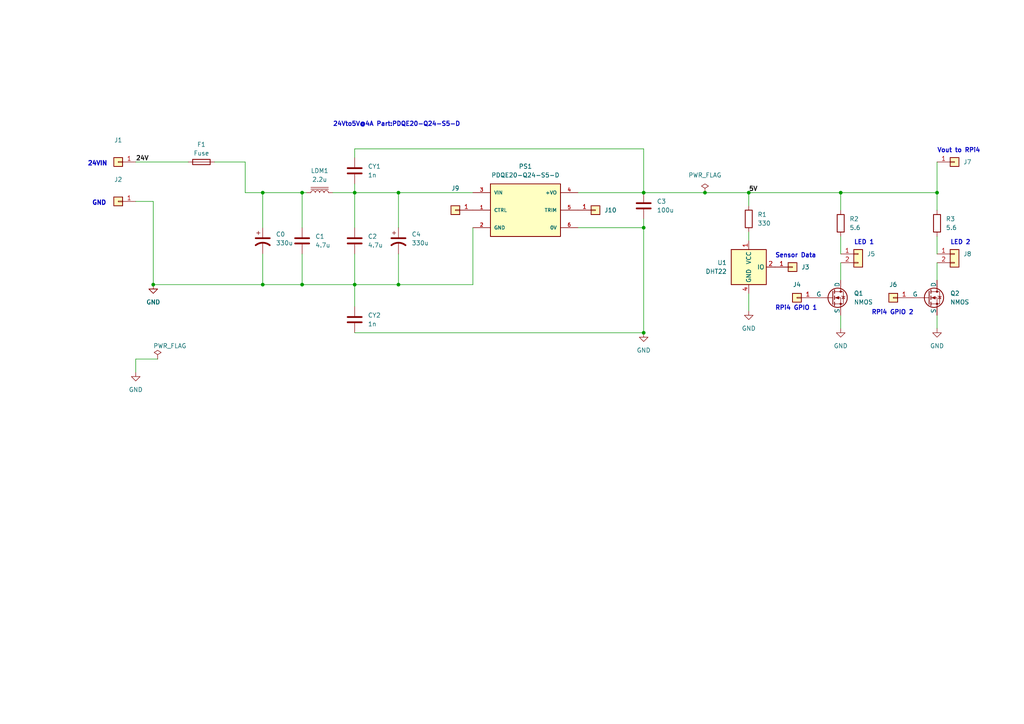
<source format=kicad_sch>
(kicad_sch (version 20230121) (generator eeschema)

  (uuid c8a1dbed-09ff-4cce-b212-445f2f4631fc)

  (paper "A4")

  (title_block
    (date "2023-09-22")
    (rev "4")
    (company "ASML Team 12")
  )

  (lib_symbols
    (symbol "Connector_Generic:Conn_01x01" (pin_names (offset 1.016) hide) (in_bom yes) (on_board yes)
      (property "Reference" "J" (at 0 2.54 0)
        (effects (font (size 1.27 1.27)))
      )
      (property "Value" "Conn_01x01" (at 0 -2.54 0)
        (effects (font (size 1.27 1.27)))
      )
      (property "Footprint" "" (at 0 0 0)
        (effects (font (size 1.27 1.27)) hide)
      )
      (property "Datasheet" "~" (at 0 0 0)
        (effects (font (size 1.27 1.27)) hide)
      )
      (property "ki_keywords" "connector" (at 0 0 0)
        (effects (font (size 1.27 1.27)) hide)
      )
      (property "ki_description" "Generic connector, single row, 01x01, script generated (kicad-library-utils/schlib/autogen/connector/)" (at 0 0 0)
        (effects (font (size 1.27 1.27)) hide)
      )
      (property "ki_fp_filters" "Connector*:*_1x??_*" (at 0 0 0)
        (effects (font (size 1.27 1.27)) hide)
      )
      (symbol "Conn_01x01_1_1"
        (rectangle (start -1.27 0.127) (end 0 -0.127)
          (stroke (width 0.1524) (type default))
          (fill (type none))
        )
        (rectangle (start -1.27 1.27) (end 1.27 -1.27)
          (stroke (width 0.254) (type default))
          (fill (type background))
        )
        (pin passive line (at -5.08 0 0) (length 3.81)
          (name "Pin_1" (effects (font (size 1.27 1.27))))
          (number "1" (effects (font (size 1.27 1.27))))
        )
      )
    )
    (symbol "Connector_Generic:Conn_01x02" (pin_names (offset 1.016) hide) (in_bom yes) (on_board yes)
      (property "Reference" "J" (at 0 2.54 0)
        (effects (font (size 1.27 1.27)))
      )
      (property "Value" "Conn_01x02" (at 0 -5.08 0)
        (effects (font (size 1.27 1.27)))
      )
      (property "Footprint" "" (at 0 0 0)
        (effects (font (size 1.27 1.27)) hide)
      )
      (property "Datasheet" "~" (at 0 0 0)
        (effects (font (size 1.27 1.27)) hide)
      )
      (property "ki_keywords" "connector" (at 0 0 0)
        (effects (font (size 1.27 1.27)) hide)
      )
      (property "ki_description" "Generic connector, single row, 01x02, script generated (kicad-library-utils/schlib/autogen/connector/)" (at 0 0 0)
        (effects (font (size 1.27 1.27)) hide)
      )
      (property "ki_fp_filters" "Connector*:*_1x??_*" (at 0 0 0)
        (effects (font (size 1.27 1.27)) hide)
      )
      (symbol "Conn_01x02_1_1"
        (rectangle (start -1.27 -2.413) (end 0 -2.667)
          (stroke (width 0.1524) (type default))
          (fill (type none))
        )
        (rectangle (start -1.27 0.127) (end 0 -0.127)
          (stroke (width 0.1524) (type default))
          (fill (type none))
        )
        (rectangle (start -1.27 1.27) (end 1.27 -3.81)
          (stroke (width 0.254) (type default))
          (fill (type background))
        )
        (pin passive line (at -5.08 0 0) (length 3.81)
          (name "Pin_1" (effects (font (size 1.27 1.27))))
          (number "1" (effects (font (size 1.27 1.27))))
        )
        (pin passive line (at -5.08 -2.54 0) (length 3.81)
          (name "Pin_2" (effects (font (size 1.27 1.27))))
          (number "2" (effects (font (size 1.27 1.27))))
        )
      )
    )
    (symbol "Device:C" (pin_numbers hide) (pin_names (offset 0.254)) (in_bom yes) (on_board yes)
      (property "Reference" "C" (at 0.635 2.54 0)
        (effects (font (size 1.27 1.27)) (justify left))
      )
      (property "Value" "C" (at 0.635 -2.54 0)
        (effects (font (size 1.27 1.27)) (justify left))
      )
      (property "Footprint" "" (at 0.9652 -3.81 0)
        (effects (font (size 1.27 1.27)) hide)
      )
      (property "Datasheet" "~" (at 0 0 0)
        (effects (font (size 1.27 1.27)) hide)
      )
      (property "ki_keywords" "cap capacitor" (at 0 0 0)
        (effects (font (size 1.27 1.27)) hide)
      )
      (property "ki_description" "Unpolarized capacitor" (at 0 0 0)
        (effects (font (size 1.27 1.27)) hide)
      )
      (property "ki_fp_filters" "C_*" (at 0 0 0)
        (effects (font (size 1.27 1.27)) hide)
      )
      (symbol "C_0_1"
        (polyline
          (pts
            (xy -2.032 -0.762)
            (xy 2.032 -0.762)
          )
          (stroke (width 0.508) (type default))
          (fill (type none))
        )
        (polyline
          (pts
            (xy -2.032 0.762)
            (xy 2.032 0.762)
          )
          (stroke (width 0.508) (type default))
          (fill (type none))
        )
      )
      (symbol "C_1_1"
        (pin passive line (at 0 3.81 270) (length 2.794)
          (name "~" (effects (font (size 1.27 1.27))))
          (number "1" (effects (font (size 1.27 1.27))))
        )
        (pin passive line (at 0 -3.81 90) (length 2.794)
          (name "~" (effects (font (size 1.27 1.27))))
          (number "2" (effects (font (size 1.27 1.27))))
        )
      )
    )
    (symbol "Device:C_Polarized_US" (pin_numbers hide) (pin_names (offset 0.254) hide) (in_bom yes) (on_board yes)
      (property "Reference" "C" (at 0.635 2.54 0)
        (effects (font (size 1.27 1.27)) (justify left))
      )
      (property "Value" "C_Polarized_US" (at 0.635 -2.54 0)
        (effects (font (size 1.27 1.27)) (justify left))
      )
      (property "Footprint" "" (at 0 0 0)
        (effects (font (size 1.27 1.27)) hide)
      )
      (property "Datasheet" "~" (at 0 0 0)
        (effects (font (size 1.27 1.27)) hide)
      )
      (property "ki_keywords" "cap capacitor" (at 0 0 0)
        (effects (font (size 1.27 1.27)) hide)
      )
      (property "ki_description" "Polarized capacitor, US symbol" (at 0 0 0)
        (effects (font (size 1.27 1.27)) hide)
      )
      (property "ki_fp_filters" "CP_*" (at 0 0 0)
        (effects (font (size 1.27 1.27)) hide)
      )
      (symbol "C_Polarized_US_0_1"
        (polyline
          (pts
            (xy -2.032 0.762)
            (xy 2.032 0.762)
          )
          (stroke (width 0.508) (type default))
          (fill (type none))
        )
        (polyline
          (pts
            (xy -1.778 2.286)
            (xy -0.762 2.286)
          )
          (stroke (width 0) (type default))
          (fill (type none))
        )
        (polyline
          (pts
            (xy -1.27 1.778)
            (xy -1.27 2.794)
          )
          (stroke (width 0) (type default))
          (fill (type none))
        )
        (arc (start 2.032 -1.27) (mid 0 -0.5572) (end -2.032 -1.27)
          (stroke (width 0.508) (type default))
          (fill (type none))
        )
      )
      (symbol "C_Polarized_US_1_1"
        (pin passive line (at 0 3.81 270) (length 2.794)
          (name "~" (effects (font (size 1.27 1.27))))
          (number "1" (effects (font (size 1.27 1.27))))
        )
        (pin passive line (at 0 -3.81 90) (length 3.302)
          (name "~" (effects (font (size 1.27 1.27))))
          (number "2" (effects (font (size 1.27 1.27))))
        )
      )
    )
    (symbol "Device:Fuse" (pin_numbers hide) (pin_names (offset 0)) (in_bom yes) (on_board yes)
      (property "Reference" "F" (at 2.032 0 90)
        (effects (font (size 1.27 1.27)))
      )
      (property "Value" "Fuse" (at -1.905 0 90)
        (effects (font (size 1.27 1.27)))
      )
      (property "Footprint" "" (at -1.778 0 90)
        (effects (font (size 1.27 1.27)) hide)
      )
      (property "Datasheet" "~" (at 0 0 0)
        (effects (font (size 1.27 1.27)) hide)
      )
      (property "ki_keywords" "fuse" (at 0 0 0)
        (effects (font (size 1.27 1.27)) hide)
      )
      (property "ki_description" "Fuse" (at 0 0 0)
        (effects (font (size 1.27 1.27)) hide)
      )
      (property "ki_fp_filters" "*Fuse*" (at 0 0 0)
        (effects (font (size 1.27 1.27)) hide)
      )
      (symbol "Fuse_0_1"
        (rectangle (start -0.762 -2.54) (end 0.762 2.54)
          (stroke (width 0.254) (type default))
          (fill (type none))
        )
        (polyline
          (pts
            (xy 0 2.54)
            (xy 0 -2.54)
          )
          (stroke (width 0) (type default))
          (fill (type none))
        )
      )
      (symbol "Fuse_1_1"
        (pin passive line (at 0 3.81 270) (length 1.27)
          (name "~" (effects (font (size 1.27 1.27))))
          (number "1" (effects (font (size 1.27 1.27))))
        )
        (pin passive line (at 0 -3.81 90) (length 1.27)
          (name "~" (effects (font (size 1.27 1.27))))
          (number "2" (effects (font (size 1.27 1.27))))
        )
      )
    )
    (symbol "Device:L_Iron" (pin_numbers hide) (pin_names (offset 1.016) hide) (in_bom yes) (on_board yes)
      (property "Reference" "L" (at -1.27 0 90)
        (effects (font (size 1.27 1.27)))
      )
      (property "Value" "L_Iron" (at 2.794 0 90)
        (effects (font (size 1.27 1.27)))
      )
      (property "Footprint" "" (at 0 0 0)
        (effects (font (size 1.27 1.27)) hide)
      )
      (property "Datasheet" "~" (at 0 0 0)
        (effects (font (size 1.27 1.27)) hide)
      )
      (property "ki_keywords" "inductor choke coil reactor magnetic" (at 0 0 0)
        (effects (font (size 1.27 1.27)) hide)
      )
      (property "ki_description" "Inductor with iron core" (at 0 0 0)
        (effects (font (size 1.27 1.27)) hide)
      )
      (property "ki_fp_filters" "Choke_* *Coil* Inductor_* L_*" (at 0 0 0)
        (effects (font (size 1.27 1.27)) hide)
      )
      (symbol "L_Iron_0_1"
        (arc (start 0 -2.54) (mid 0.6323 -1.905) (end 0 -1.27)
          (stroke (width 0) (type default))
          (fill (type none))
        )
        (arc (start 0 -1.27) (mid 0.6323 -0.635) (end 0 0)
          (stroke (width 0) (type default))
          (fill (type none))
        )
        (polyline
          (pts
            (xy 1.016 2.54)
            (xy 1.016 -2.54)
          )
          (stroke (width 0) (type default))
          (fill (type none))
        )
        (polyline
          (pts
            (xy 1.524 -2.54)
            (xy 1.524 2.54)
          )
          (stroke (width 0) (type default))
          (fill (type none))
        )
        (arc (start 0 0) (mid 0.6323 0.635) (end 0 1.27)
          (stroke (width 0) (type default))
          (fill (type none))
        )
        (arc (start 0 1.27) (mid 0.6323 1.905) (end 0 2.54)
          (stroke (width 0) (type default))
          (fill (type none))
        )
      )
      (symbol "L_Iron_1_1"
        (pin passive line (at 0 3.81 270) (length 1.27)
          (name "1" (effects (font (size 1.27 1.27))))
          (number "1" (effects (font (size 1.27 1.27))))
        )
        (pin passive line (at 0 -3.81 90) (length 1.27)
          (name "2" (effects (font (size 1.27 1.27))))
          (number "2" (effects (font (size 1.27 1.27))))
        )
      )
    )
    (symbol "Device:R" (pin_numbers hide) (pin_names (offset 0)) (in_bom yes) (on_board yes)
      (property "Reference" "R" (at 2.032 0 90)
        (effects (font (size 1.27 1.27)))
      )
      (property "Value" "R" (at 0 0 90)
        (effects (font (size 1.27 1.27)))
      )
      (property "Footprint" "" (at -1.778 0 90)
        (effects (font (size 1.27 1.27)) hide)
      )
      (property "Datasheet" "~" (at 0 0 0)
        (effects (font (size 1.27 1.27)) hide)
      )
      (property "ki_keywords" "R res resistor" (at 0 0 0)
        (effects (font (size 1.27 1.27)) hide)
      )
      (property "ki_description" "Resistor" (at 0 0 0)
        (effects (font (size 1.27 1.27)) hide)
      )
      (property "ki_fp_filters" "R_*" (at 0 0 0)
        (effects (font (size 1.27 1.27)) hide)
      )
      (symbol "R_0_1"
        (rectangle (start -1.016 -2.54) (end 1.016 2.54)
          (stroke (width 0.254) (type default))
          (fill (type none))
        )
      )
      (symbol "R_1_1"
        (pin passive line (at 0 3.81 270) (length 1.27)
          (name "~" (effects (font (size 1.27 1.27))))
          (number "1" (effects (font (size 1.27 1.27))))
        )
        (pin passive line (at 0 -3.81 90) (length 1.27)
          (name "~" (effects (font (size 1.27 1.27))))
          (number "2" (effects (font (size 1.27 1.27))))
        )
      )
    )
    (symbol "PDQE20-Q24-S5-D:PDQE20-Q24-S5-D" (pin_names (offset 1.016)) (in_bom yes) (on_board yes)
      (property "Reference" "PS" (at -10.16 8.382 0)
        (effects (font (size 1.27 1.27)) (justify left bottom))
      )
      (property "Value" "PDQE20-Q24-S5-D" (at -10.16 -10.16 0)
        (effects (font (size 1.27 1.27)) (justify left bottom))
      )
      (property "Footprint" "CONV_PDQE20-Q24-S5-D" (at 0 0 0)
        (effects (font (size 1.27 1.27)) (justify left bottom) hide)
      )
      (property "Datasheet" "" (at 0 0 0)
        (effects (font (size 1.27 1.27)) (justify left bottom) hide)
      )
      (property "PARTREV" "1.0" (at 0 0 0)
        (effects (font (size 1.27 1.27)) (justify left bottom) hide)
      )
      (property "STANDARD" "Manufacturer Recommendations" (at 0 0 0)
        (effects (font (size 1.27 1.27)) (justify left bottom) hide)
      )
      (property "MAXIMUM_PACKAGE_HEIGHT" "11.70mm" (at 0 0 0)
        (effects (font (size 1.27 1.27)) (justify left bottom) hide)
      )
      (property "MANUFACTURER" "CUI Inc." (at 0 0 0)
        (effects (font (size 1.27 1.27)) (justify left bottom) hide)
      )
      (property "ki_locked" "" (at 0 0 0)
        (effects (font (size 1.27 1.27)))
      )
      (symbol "PDQE20-Q24-S5-D_0_0"
        (rectangle (start -10.16 -7.62) (end 10.16 7.62)
          (stroke (width 0.254) (type solid))
          (fill (type background))
        )
        (pin input line (at -15.24 0 0) (length 5.08)
          (name "CTRL" (effects (font (size 1.016 1.016))))
          (number "1" (effects (font (size 1.016 1.016))))
        )
        (pin power_in line (at -15.24 -5.08 0) (length 5.08)
          (name "GND" (effects (font (size 1.016 1.016))))
          (number "2" (effects (font (size 1.016 1.016))))
        )
        (pin input line (at -15.24 5.08 0) (length 5.08)
          (name "VIN" (effects (font (size 1.016 1.016))))
          (number "3" (effects (font (size 1.016 1.016))))
        )
        (pin output line (at 15.24 5.08 180) (length 5.08)
          (name "+VO" (effects (font (size 1.016 1.016))))
          (number "4" (effects (font (size 1.016 1.016))))
        )
        (pin passive line (at 15.24 0 180) (length 5.08)
          (name "TRIM" (effects (font (size 1.016 1.016))))
          (number "5" (effects (font (size 1.016 1.016))))
        )
        (pin output line (at 15.24 -5.08 180) (length 5.08)
          (name "0V" (effects (font (size 1.016 1.016))))
          (number "6" (effects (font (size 1.016 1.016))))
        )
      )
    )
    (symbol "Sensor:DHT11" (in_bom yes) (on_board yes)
      (property "Reference" "U3" (at -6.35 1.27 0)
        (effects (font (size 1.27 1.27)) (justify right))
      )
      (property "Value" "DHT22" (at -6.35 -1.27 0)
        (effects (font (size 1.27 1.27)) (justify right))
      )
      (property "Footprint" "Sensor:Aosong_DHT11_5.5x12.0_P2.54mm" (at 0 -10.16 0)
        (effects (font (size 1.27 1.27)) hide)
      )
      (property "Datasheet" "http://akizukidenshi.com/download/ds/aosong/DHT11.pdf" (at 3.81 6.35 0)
        (effects (font (size 1.27 1.27)) hide)
      )
      (property "ki_keywords" "Digital temperature humidity sensor" (at 0 0 0)
        (effects (font (size 1.27 1.27)) hide)
      )
      (property "ki_description" "Temperature and humidity module" (at 0 0 0)
        (effects (font (size 1.27 1.27)) hide)
      )
      (property "ki_fp_filters" "Aosong*DHT11*5.5x12.0*P2.54mm*" (at 0 0 0)
        (effects (font (size 1.27 1.27)) hide)
      )
      (symbol "DHT11_0_1"
        (rectangle (start -5.08 5.08) (end 5.08 -5.08)
          (stroke (width 0.254) (type default))
          (fill (type background))
        )
      )
      (symbol "DHT11_1_1"
        (pin power_in line (at 0 7.62 270) (length 2.54)
          (name "VCC" (effects (font (size 1.27 1.27))))
          (number "1" (effects (font (size 1.27 1.27))))
        )
        (pin bidirectional line (at 7.62 0 180) (length 2.54)
          (name "IO" (effects (font (size 1.27 1.27))))
          (number "2" (effects (font (size 1.27 1.27))))
        )
        (pin no_connect line (at -5.08 0 0) (length 2.54) hide
          (name "NC" (effects (font (size 1.27 1.27))))
          (number "3" (effects (font (size 1.27 1.27))))
        )
        (pin power_in line (at 0 -7.62 90) (length 2.54)
          (name "GND" (effects (font (size 1.27 1.27))))
          (number "4" (effects (font (size 1.27 1.27))))
        )
      )
    )
    (symbol "Simulation_SPICE:NMOS" (pin_numbers hide) (pin_names (offset 0)) (in_bom yes) (on_board yes)
      (property "Reference" "Q" (at 5.08 1.27 0)
        (effects (font (size 1.27 1.27)) (justify left))
      )
      (property "Value" "NMOS" (at 5.08 -1.27 0)
        (effects (font (size 1.27 1.27)) (justify left))
      )
      (property "Footprint" "" (at 5.08 2.54 0)
        (effects (font (size 1.27 1.27)) hide)
      )
      (property "Datasheet" "https://ngspice.sourceforge.io/docs/ngspice-manual.pdf" (at 0 -12.7 0)
        (effects (font (size 1.27 1.27)) hide)
      )
      (property "Sim.Device" "NMOS" (at 0 -17.145 0)
        (effects (font (size 1.27 1.27)) hide)
      )
      (property "Sim.Type" "VDMOS" (at 0 -19.05 0)
        (effects (font (size 1.27 1.27)) hide)
      )
      (property "Sim.Pins" "1=D 2=G 3=S" (at 0 -15.24 0)
        (effects (font (size 1.27 1.27)) hide)
      )
      (property "ki_keywords" "transistor NMOS N-MOS N-MOSFET simulation" (at 0 0 0)
        (effects (font (size 1.27 1.27)) hide)
      )
      (property "ki_description" "N-MOSFET transistor, drain/source/gate" (at 0 0 0)
        (effects (font (size 1.27 1.27)) hide)
      )
      (symbol "NMOS_0_1"
        (polyline
          (pts
            (xy 0.254 0)
            (xy -2.54 0)
          )
          (stroke (width 0) (type default))
          (fill (type none))
        )
        (polyline
          (pts
            (xy 0.254 1.905)
            (xy 0.254 -1.905)
          )
          (stroke (width 0.254) (type default))
          (fill (type none))
        )
        (polyline
          (pts
            (xy 0.762 -1.27)
            (xy 0.762 -2.286)
          )
          (stroke (width 0.254) (type default))
          (fill (type none))
        )
        (polyline
          (pts
            (xy 0.762 0.508)
            (xy 0.762 -0.508)
          )
          (stroke (width 0.254) (type default))
          (fill (type none))
        )
        (polyline
          (pts
            (xy 0.762 2.286)
            (xy 0.762 1.27)
          )
          (stroke (width 0.254) (type default))
          (fill (type none))
        )
        (polyline
          (pts
            (xy 2.54 2.54)
            (xy 2.54 1.778)
          )
          (stroke (width 0) (type default))
          (fill (type none))
        )
        (polyline
          (pts
            (xy 2.54 -2.54)
            (xy 2.54 0)
            (xy 0.762 0)
          )
          (stroke (width 0) (type default))
          (fill (type none))
        )
        (polyline
          (pts
            (xy 0.762 -1.778)
            (xy 3.302 -1.778)
            (xy 3.302 1.778)
            (xy 0.762 1.778)
          )
          (stroke (width 0) (type default))
          (fill (type none))
        )
        (polyline
          (pts
            (xy 1.016 0)
            (xy 2.032 0.381)
            (xy 2.032 -0.381)
            (xy 1.016 0)
          )
          (stroke (width 0) (type default))
          (fill (type outline))
        )
        (polyline
          (pts
            (xy 2.794 0.508)
            (xy 2.921 0.381)
            (xy 3.683 0.381)
            (xy 3.81 0.254)
          )
          (stroke (width 0) (type default))
          (fill (type none))
        )
        (polyline
          (pts
            (xy 3.302 0.381)
            (xy 2.921 -0.254)
            (xy 3.683 -0.254)
            (xy 3.302 0.381)
          )
          (stroke (width 0) (type default))
          (fill (type none))
        )
        (circle (center 1.651 0) (radius 2.794)
          (stroke (width 0.254) (type default))
          (fill (type none))
        )
        (circle (center 2.54 -1.778) (radius 0.254)
          (stroke (width 0) (type default))
          (fill (type outline))
        )
        (circle (center 2.54 1.778) (radius 0.254)
          (stroke (width 0) (type default))
          (fill (type outline))
        )
      )
      (symbol "NMOS_1_1"
        (pin passive line (at 2.54 5.08 270) (length 2.54)
          (name "D" (effects (font (size 1.27 1.27))))
          (number "1" (effects (font (size 1.27 1.27))))
        )
        (pin input line (at -5.08 0 0) (length 2.54)
          (name "G" (effects (font (size 1.27 1.27))))
          (number "2" (effects (font (size 1.27 1.27))))
        )
        (pin passive line (at 2.54 -5.08 90) (length 2.54)
          (name "S" (effects (font (size 1.27 1.27))))
          (number "3" (effects (font (size 1.27 1.27))))
        )
      )
    )
    (symbol "power:GND" (power) (pin_names (offset 0)) (in_bom yes) (on_board yes)
      (property "Reference" "#PWR" (at 0 -6.35 0)
        (effects (font (size 1.27 1.27)) hide)
      )
      (property "Value" "GND" (at 0 -3.81 0)
        (effects (font (size 1.27 1.27)))
      )
      (property "Footprint" "" (at 0 0 0)
        (effects (font (size 1.27 1.27)) hide)
      )
      (property "Datasheet" "" (at 0 0 0)
        (effects (font (size 1.27 1.27)) hide)
      )
      (property "ki_keywords" "global power" (at 0 0 0)
        (effects (font (size 1.27 1.27)) hide)
      )
      (property "ki_description" "Power symbol creates a global label with name \"GND\" , ground" (at 0 0 0)
        (effects (font (size 1.27 1.27)) hide)
      )
      (symbol "GND_0_1"
        (polyline
          (pts
            (xy 0 0)
            (xy 0 -1.27)
            (xy 1.27 -1.27)
            (xy 0 -2.54)
            (xy -1.27 -1.27)
            (xy 0 -1.27)
          )
          (stroke (width 0) (type default))
          (fill (type none))
        )
      )
      (symbol "GND_1_1"
        (pin power_in line (at 0 0 270) (length 0) hide
          (name "GND" (effects (font (size 1.27 1.27))))
          (number "1" (effects (font (size 1.27 1.27))))
        )
      )
    )
    (symbol "power:PWR_FLAG" (power) (pin_numbers hide) (pin_names (offset 0) hide) (in_bom yes) (on_board yes)
      (property "Reference" "#FLG" (at 0 1.905 0)
        (effects (font (size 1.27 1.27)) hide)
      )
      (property "Value" "PWR_FLAG" (at 0 3.81 0)
        (effects (font (size 1.27 1.27)))
      )
      (property "Footprint" "" (at 0 0 0)
        (effects (font (size 1.27 1.27)) hide)
      )
      (property "Datasheet" "~" (at 0 0 0)
        (effects (font (size 1.27 1.27)) hide)
      )
      (property "ki_keywords" "flag power" (at 0 0 0)
        (effects (font (size 1.27 1.27)) hide)
      )
      (property "ki_description" "Special symbol for telling ERC where power comes from" (at 0 0 0)
        (effects (font (size 1.27 1.27)) hide)
      )
      (symbol "PWR_FLAG_0_0"
        (pin power_out line (at 0 0 90) (length 0)
          (name "pwr" (effects (font (size 1.27 1.27))))
          (number "1" (effects (font (size 1.27 1.27))))
        )
      )
      (symbol "PWR_FLAG_0_1"
        (polyline
          (pts
            (xy 0 0)
            (xy 0 1.27)
            (xy -1.016 1.905)
            (xy 0 2.54)
            (xy 1.016 1.905)
            (xy 0 1.27)
          )
          (stroke (width 0) (type default))
          (fill (type none))
        )
      )
    )
  )

  (junction (at 87.63 55.88) (diameter 0) (color 0 0 0 0)
    (uuid 0a586548-010f-4cfb-ad41-3ae9d650d69d)
  )
  (junction (at 271.78 55.88) (diameter 0) (color 0 0 0 0)
    (uuid 262232ac-0e57-4f22-b66a-0f44d103624b)
  )
  (junction (at 186.69 96.52) (diameter 0) (color 0 0 0 0)
    (uuid 2d223eee-adb5-4da0-88b4-d19349c44f92)
  )
  (junction (at 243.84 55.88) (diameter 0) (color 0 0 0 0)
    (uuid 35bfcc68-6593-427c-a3f2-fd9667157a53)
  )
  (junction (at 102.87 55.88) (diameter 0) (color 0 0 0 0)
    (uuid 434dfd24-1b9a-47fd-bc18-736261b366b0)
  )
  (junction (at 76.2 82.55) (diameter 0) (color 0 0 0 0)
    (uuid 454dd148-4abf-480f-9079-0b509714a68d)
  )
  (junction (at 76.2 55.88) (diameter 0) (color 0 0 0 0)
    (uuid 6313af42-c194-4118-a1be-012391dc35a9)
  )
  (junction (at 186.69 55.88) (diameter 0) (color 0 0 0 0)
    (uuid 6ac95d65-7902-4799-bf4c-35e8f6f28686)
  )
  (junction (at 186.69 66.04) (diameter 0) (color 0 0 0 0)
    (uuid 83b0ed6f-1393-429e-9b72-bd63ec0971fb)
  )
  (junction (at 44.45 82.55) (diameter 0) (color 0 0 0 0)
    (uuid 8b85ddff-5c65-4270-b337-5e803d4a4686)
  )
  (junction (at 87.63 82.55) (diameter 0) (color 0 0 0 0)
    (uuid 952fbe35-3655-4958-b35e-67dc4365a9ed)
  )
  (junction (at 102.87 82.55) (diameter 0) (color 0 0 0 0)
    (uuid 9a9a8a38-3b7c-4399-9b0a-36fcce6c52d2)
  )
  (junction (at 115.57 55.88) (diameter 0) (color 0 0 0 0)
    (uuid ba2a503b-313a-4e9c-92a8-b831985b481b)
  )
  (junction (at 115.57 82.55) (diameter 0) (color 0 0 0 0)
    (uuid c418164a-65cd-4966-8e4e-c9d5c50265e0)
  )
  (junction (at 204.47 55.88) (diameter 0) (color 0 0 0 0)
    (uuid e9678e1f-7e55-411b-91d0-324be51d3032)
  )
  (junction (at 217.17 55.88) (diameter 0) (color 0 0 0 0)
    (uuid ff498451-0a79-49ad-8c24-ffebc1336518)
  )

  (wire (pts (xy 102.87 82.55) (xy 102.87 88.9))
    (stroke (width 0) (type default))
    (uuid 0bcd521d-4438-461a-9237-08721519289d)
  )
  (wire (pts (xy 44.45 82.55) (xy 76.2 82.55))
    (stroke (width 0) (type default))
    (uuid 17e558eb-9768-4253-9193-ebf19bec322a)
  )
  (wire (pts (xy 217.17 55.88) (xy 217.17 59.69))
    (stroke (width 0) (type default))
    (uuid 1e938d6d-824e-4628-827b-0b3a2956f606)
  )
  (wire (pts (xy 204.47 55.88) (xy 217.17 55.88))
    (stroke (width 0) (type default))
    (uuid 2bc64121-3f3f-4c0b-80df-e9aa8a1810ea)
  )
  (wire (pts (xy 217.17 85.09) (xy 217.17 90.17))
    (stroke (width 0) (type default))
    (uuid 2ce262c2-53a0-44a5-adf9-9242567204de)
  )
  (wire (pts (xy 115.57 55.88) (xy 137.16 55.88))
    (stroke (width 0) (type default))
    (uuid 2db69135-e36f-4fe8-9942-e4d82a89b545)
  )
  (wire (pts (xy 186.69 43.18) (xy 186.69 55.88))
    (stroke (width 0) (type default))
    (uuid 2e6e7592-eb1d-4ce5-ba7e-afdc9ddf3bf6)
  )
  (wire (pts (xy 102.87 96.52) (xy 186.69 96.52))
    (stroke (width 0) (type default))
    (uuid 3a973436-c5e0-4277-a034-ddda9b45a990)
  )
  (wire (pts (xy 243.84 76.2) (xy 243.84 81.28))
    (stroke (width 0) (type default))
    (uuid 3d872105-2592-43ce-8721-caee238df8fa)
  )
  (wire (pts (xy 39.37 107.95) (xy 39.37 104.14))
    (stroke (width 0) (type default))
    (uuid 4418bc1b-d377-4185-8bfd-e66db93ae813)
  )
  (wire (pts (xy 115.57 66.04) (xy 115.57 55.88))
    (stroke (width 0) (type default))
    (uuid 4a995513-c70b-4393-a3dd-917a4bf2cf0e)
  )
  (wire (pts (xy 87.63 82.55) (xy 102.87 82.55))
    (stroke (width 0) (type default))
    (uuid 4e13e66e-e72a-41d3-9a7d-a201b1fd21d8)
  )
  (wire (pts (xy 115.57 82.55) (xy 137.16 82.55))
    (stroke (width 0) (type default))
    (uuid 558b8008-84bb-4989-a526-b661d9bd7eab)
  )
  (wire (pts (xy 71.12 46.99) (xy 71.12 55.88))
    (stroke (width 0) (type default))
    (uuid 56ef506b-8d0f-4211-ace6-1e9de65cad3c)
  )
  (wire (pts (xy 102.87 43.18) (xy 186.69 43.18))
    (stroke (width 0) (type default))
    (uuid 585d1776-359c-47b9-97aa-d2e1e87f8924)
  )
  (wire (pts (xy 167.64 55.88) (xy 186.69 55.88))
    (stroke (width 0) (type default))
    (uuid 59d0db41-7579-4b1d-ade8-1d24b96cd300)
  )
  (wire (pts (xy 87.63 73.66) (xy 87.63 82.55))
    (stroke (width 0) (type default))
    (uuid 5dd6cfde-cfe0-445c-ae50-aead8e400a20)
  )
  (wire (pts (xy 271.78 55.88) (xy 271.78 60.96))
    (stroke (width 0) (type default))
    (uuid 6362299a-da93-48dc-ad8c-432f6db9ad12)
  )
  (wire (pts (xy 271.78 68.58) (xy 271.78 73.66))
    (stroke (width 0) (type default))
    (uuid 65db657d-e516-44c3-986b-b884b8d9c4ea)
  )
  (wire (pts (xy 87.63 66.04) (xy 87.63 55.88))
    (stroke (width 0) (type default))
    (uuid 731cf37d-15c4-4e53-bda2-980b61d855d8)
  )
  (wire (pts (xy 186.69 55.88) (xy 204.47 55.88))
    (stroke (width 0) (type default))
    (uuid 79c8c921-fb7b-4e4d-ac27-1b6d43afb592)
  )
  (wire (pts (xy 44.45 58.42) (xy 44.45 82.55))
    (stroke (width 0) (type default))
    (uuid 7df28ef7-eeed-47f5-9104-ea6f021f5cb0)
  )
  (wire (pts (xy 76.2 55.88) (xy 87.63 55.88))
    (stroke (width 0) (type default))
    (uuid 91547108-a77f-43b4-96d6-8b98d9ad9229)
  )
  (wire (pts (xy 39.37 104.14) (xy 45.72 104.14))
    (stroke (width 0) (type default))
    (uuid 9190f89f-2a13-42b3-ae3b-987d4f33041e)
  )
  (wire (pts (xy 271.78 76.2) (xy 271.78 81.28))
    (stroke (width 0) (type default))
    (uuid 959536e5-bfe7-467f-93c7-e672706ca061)
  )
  (wire (pts (xy 243.84 68.58) (xy 243.84 73.66))
    (stroke (width 0) (type default))
    (uuid 99f5380b-53b7-4dfd-b8f7-2a856bbf5248)
  )
  (wire (pts (xy 87.63 55.88) (xy 88.9 55.88))
    (stroke (width 0) (type default))
    (uuid 9ef07e19-0983-452b-a7de-2f18eb4d4771)
  )
  (wire (pts (xy 137.16 66.04) (xy 137.16 82.55))
    (stroke (width 0) (type default))
    (uuid a020faee-e40f-4ffb-aa44-4d9634715745)
  )
  (wire (pts (xy 102.87 82.55) (xy 115.57 82.55))
    (stroke (width 0) (type default))
    (uuid a377af3f-0ee5-4a2f-a55d-a86eae179606)
  )
  (wire (pts (xy 39.37 58.42) (xy 44.45 58.42))
    (stroke (width 0) (type default))
    (uuid a3d0f7d5-05b0-43ad-84b9-cc69f394a093)
  )
  (wire (pts (xy 243.84 91.44) (xy 243.84 95.25))
    (stroke (width 0) (type default))
    (uuid aa7aa95f-e9dd-426d-926f-97bbdd8db4f0)
  )
  (wire (pts (xy 217.17 67.31) (xy 217.17 69.85))
    (stroke (width 0) (type default))
    (uuid acf074de-081b-469c-8b28-a80c290ebc2b)
  )
  (wire (pts (xy 62.23 46.99) (xy 71.12 46.99))
    (stroke (width 0) (type default))
    (uuid af36426f-7398-481f-9c9c-771640944553)
  )
  (wire (pts (xy 39.37 46.99) (xy 54.61 46.99))
    (stroke (width 0) (type default))
    (uuid b3f8a8a8-aec8-4375-b174-54ac48ae7414)
  )
  (wire (pts (xy 71.12 55.88) (xy 76.2 55.88))
    (stroke (width 0) (type default))
    (uuid b49b558a-fccf-428c-a2c9-6084a70f4079)
  )
  (wire (pts (xy 243.84 55.88) (xy 243.84 60.96))
    (stroke (width 0) (type default))
    (uuid b8664da8-5189-47c7-9eed-8b94d99d30dc)
  )
  (wire (pts (xy 243.84 55.88) (xy 271.78 55.88))
    (stroke (width 0) (type default))
    (uuid bc15c4f3-d7fe-46a8-999a-e47d965f589c)
  )
  (wire (pts (xy 76.2 66.04) (xy 76.2 55.88))
    (stroke (width 0) (type default))
    (uuid bceadb64-083a-424d-bd36-761c4b8187c0)
  )
  (wire (pts (xy 115.57 73.66) (xy 115.57 82.55))
    (stroke (width 0) (type default))
    (uuid bf61f2f5-f476-4f5e-bb7b-4b5349413ff7)
  )
  (wire (pts (xy 186.69 63.5) (xy 186.69 66.04))
    (stroke (width 0) (type default))
    (uuid c405f5d8-c372-421d-a973-d32f5337e485)
  )
  (wire (pts (xy 102.87 55.88) (xy 115.57 55.88))
    (stroke (width 0) (type default))
    (uuid c4c7d2ce-738d-4eb0-bfc2-450a698be40c)
  )
  (wire (pts (xy 102.87 43.18) (xy 102.87 45.72))
    (stroke (width 0) (type default))
    (uuid c4f0b31e-1f63-4135-9baf-321412557b87)
  )
  (wire (pts (xy 167.64 66.04) (xy 186.69 66.04))
    (stroke (width 0) (type default))
    (uuid cb33de19-80f9-41d4-9fbc-b8ddb412b087)
  )
  (wire (pts (xy 96.52 55.88) (xy 102.87 55.88))
    (stroke (width 0) (type default))
    (uuid cd992cd0-4a9c-48e3-8fd1-5572c88f8a24)
  )
  (wire (pts (xy 217.17 55.88) (xy 243.84 55.88))
    (stroke (width 0) (type default))
    (uuid d2dc5d31-ceb1-412c-94de-159ce942fcad)
  )
  (wire (pts (xy 186.69 66.04) (xy 186.69 96.52))
    (stroke (width 0) (type default))
    (uuid d4912bcd-fa2f-4447-8655-417898aa48a2)
  )
  (wire (pts (xy 102.87 66.04) (xy 102.87 55.88))
    (stroke (width 0) (type default))
    (uuid e30528dd-e6b4-4bf4-93f0-820d43e11904)
  )
  (wire (pts (xy 76.2 82.55) (xy 87.63 82.55))
    (stroke (width 0) (type default))
    (uuid eb50e8b9-5a28-4758-9de2-0c5706fa7020)
  )
  (wire (pts (xy 102.87 73.66) (xy 102.87 82.55))
    (stroke (width 0) (type default))
    (uuid eb8520fe-722a-4dc8-b106-f64fe75d829c)
  )
  (wire (pts (xy 271.78 46.99) (xy 271.78 55.88))
    (stroke (width 0) (type default))
    (uuid f3ddfe20-ffe2-463b-a88e-1462d6a819b5)
  )
  (wire (pts (xy 76.2 73.66) (xy 76.2 82.55))
    (stroke (width 0) (type default))
    (uuid f94537f3-e306-4972-a4ac-4e811e7da258)
  )
  (wire (pts (xy 271.78 91.44) (xy 271.78 95.25))
    (stroke (width 0) (type default))
    (uuid fdd0d503-e14a-41ce-86f5-ac30ff5fbf7b)
  )
  (wire (pts (xy 102.87 53.34) (xy 102.87 55.88))
    (stroke (width 0) (type default))
    (uuid feedcd21-f51d-4b40-946b-6cbb24b22c64)
  )

  (text "GND" (at 26.67 59.69 0)
    (effects (font (size 1.27 1.27) (thickness 0.254) bold) (justify left bottom))
    (uuid 182020ba-9851-4a45-906c-338b93805bcf)
  )
  (text "Sensor Data" (at 224.79 74.93 0)
    (effects (font (size 1.27 1.27) bold) (justify left bottom))
    (uuid 33088e88-9907-41e1-9f85-1ea3450bf0d1)
  )
  (text "GND" (at 26.67 59.69 0)
    (effects (font (size 1.27 1.27) (thickness 0.254) bold) (justify left bottom))
    (uuid 3380e41b-6abe-4e92-b337-3451d0c5646d)
  )
  (text "24Vto5V@4A Part:PDQE20-Q24-S5-D" (at 96.52 36.83 0)
    (effects (font (size 1.27 1.27) (thickness 0.254) bold) (justify left bottom))
    (uuid 4a7d55af-f2dc-49ed-b4c0-936413686f3d)
  )
  (text "24VIN" (at 25.4 48.26 0)
    (effects (font (size 1.27 1.27) (thickness 0.254) bold) (justify left bottom))
    (uuid 53eefac1-faa2-4661-aeb3-a935a0d21ba7)
  )
  (text "LED 2" (at 275.59 71.12 0)
    (effects (font (size 1.27 1.27) bold) (justify left bottom))
    (uuid 56fbb7a6-f6e6-4c7f-9de1-bec8fe083054)
  )
  (text "Vout to RPi4" (at 271.78 44.45 0)
    (effects (font (size 1.27 1.27) bold) (justify left bottom))
    (uuid 8af4d1ab-3b5b-4871-9b22-2b777918f43f)
  )
  (text "RPi4 GPIO 1" (at 224.79 90.17 0)
    (effects (font (size 1.27 1.27) bold) (justify left bottom))
    (uuid 8d4cd757-96c6-4355-bd6b-1bf75674c87d)
  )
  (text "RPi4 GPIO 2" (at 252.73 91.44 0)
    (effects (font (size 1.27 1.27) bold) (justify left bottom))
    (uuid d2421ecd-8c92-4c32-bb24-e7c63335336a)
  )
  (text "LED 1" (at 247.65 71.12 0)
    (effects (font (size 1.27 1.27) bold) (justify left bottom))
    (uuid d7c8b89a-2c0e-4500-917e-7d3a3305211b)
  )
  (text "24VIN" (at 25.4 48.26 0)
    (effects (font (size 1.27 1.27) (thickness 0.254) bold) (justify left bottom))
    (uuid e0d29a74-d7f9-4f25-9c2b-8d817fe6781a)
  )

  (label "24V" (at 39.37 46.99 0) (fields_autoplaced)
    (effects (font (size 1.27 1.27) bold) (justify left bottom))
    (uuid 05d0c9fa-3857-4110-ba20-11c682a44799)
  )
  (label "5V" (at 217.17 55.88 0) (fields_autoplaced)
    (effects (font (size 1.27 1.27) bold) (justify left bottom))
    (uuid 096844f4-f6c8-41b5-bd3a-a2a13c38a4e7)
  )

  (symbol (lib_id "Device:C") (at 102.87 92.71 0) (unit 1)
    (in_bom yes) (on_board yes) (dnp no) (fields_autoplaced)
    (uuid 18e3e869-f809-4b3e-9ca9-7847b39be540)
    (property "Reference" "CY2" (at 106.68 91.44 0)
      (effects (font (size 1.27 1.27)) (justify left))
    )
    (property "Value" "1n" (at 106.68 93.98 0)
      (effects (font (size 1.27 1.27)) (justify left))
    )
    (property "Footprint" "Capacitor_THT:C_Radial_D5.0mm_H5.0mm_P2.00mm" (at 103.8352 96.52 0)
      (effects (font (size 1.27 1.27)) hide)
    )
    (property "Datasheet" "~" (at 102.87 92.71 0)
      (effects (font (size 1.27 1.27)) hide)
    )
    (pin "1" (uuid 156bd61b-5ef4-4e86-93a0-b73d89ebaf64))
    (pin "2" (uuid 5e63158e-68f2-4603-97df-4ddcd686fc48))
    (instances
      (project "24V buck converter dual output"
        (path "/c8a1dbed-09ff-4cce-b212-445f2f4631fc"
          (reference "CY2") (unit 1)
        )
      )
    )
  )

  (symbol (lib_id "Device:C_Polarized_US") (at 115.57 69.85 0) (unit 1)
    (in_bom yes) (on_board yes) (dnp no) (fields_autoplaced)
    (uuid 251b4b7d-25f6-40e6-8c26-96e3bbc2e863)
    (property "Reference" "C4" (at 119.38 67.945 0)
      (effects (font (size 1.27 1.27)) (justify left))
    )
    (property "Value" "330u" (at 119.38 70.485 0)
      (effects (font (size 1.27 1.27)) (justify left))
    )
    (property "Footprint" "" (at 115.57 69.85 0)
      (effects (font (size 1.27 1.27)) hide)
    )
    (property "Datasheet" "~" (at 115.57 69.85 0)
      (effects (font (size 1.27 1.27)) hide)
    )
    (pin "1" (uuid 7561c36b-1e8f-4918-92f6-acba7e19000f))
    (pin "2" (uuid f2a1b4c3-6270-4b81-b57d-dbdcfb7b7091))
    (instances
      (project "24V buck converter dual output"
        (path "/c8a1dbed-09ff-4cce-b212-445f2f4631fc"
          (reference "C4") (unit 1)
        )
      )
    )
  )

  (symbol (lib_id "Connector_Generic:Conn_01x02") (at 276.86 73.66 0) (unit 1)
    (in_bom yes) (on_board yes) (dnp no) (fields_autoplaced)
    (uuid 2c3e8a06-25ac-430d-a519-7d6f527db890)
    (property "Reference" "J8" (at 279.4 73.66 0)
      (effects (font (size 1.27 1.27)) (justify left))
    )
    (property "Value" "Conn_01x02" (at 279.4 76.2 0)
      (effects (font (size 1.27 1.27)) (justify left) hide)
    )
    (property "Footprint" "" (at 276.86 73.66 0)
      (effects (font (size 1.27 1.27)) hide)
    )
    (property "Datasheet" "~" (at 276.86 73.66 0)
      (effects (font (size 1.27 1.27)) hide)
    )
    (pin "1" (uuid 32b4afdc-171c-43fd-ad7d-388d9b1b0876))
    (pin "2" (uuid 0d844dac-7f9e-44e9-ab82-ec90c70e398d))
    (instances
      (project "24V buck converter dual output"
        (path "/c8a1dbed-09ff-4cce-b212-445f2f4631fc"
          (reference "J8") (unit 1)
        )
      )
    )
  )

  (symbol (lib_id "power:GND") (at 44.45 82.55 0) (unit 1)
    (in_bom yes) (on_board yes) (dnp no) (fields_autoplaced)
    (uuid 4045eced-f3eb-4db0-b1d9-b6992c3ec8bc)
    (property "Reference" "#PWR02" (at 44.45 88.9 0)
      (effects (font (size 1.27 1.27)) hide)
    )
    (property "Value" "GND" (at 44.45 87.63 0)
      (effects (font (size 1.27 1.27)))
    )
    (property "Footprint" "" (at 44.45 82.55 0)
      (effects (font (size 1.27 1.27)) hide)
    )
    (property "Datasheet" "" (at 44.45 82.55 0)
      (effects (font (size 1.27 1.27)) hide)
    )
    (pin "1" (uuid 37986d2d-90f2-433c-9d64-48b4dcfe18b6))
    (instances
      (project "24V buck converter dual output"
        (path "/c8a1dbed-09ff-4cce-b212-445f2f4631fc"
          (reference "#PWR02") (unit 1)
        )
      )
    )
  )

  (symbol (lib_id "Connector_Generic:Conn_01x01") (at 231.14 86.36 180) (unit 1)
    (in_bom yes) (on_board yes) (dnp no) (fields_autoplaced)
    (uuid 45b3297c-f2c1-40f3-8c5e-426915119241)
    (property "Reference" "J4" (at 231.14 82.55 0)
      (effects (font (size 1.27 1.27)))
    )
    (property "Value" "Conn_01x01" (at 231.14 82.55 0)
      (effects (font (size 1.27 1.27)) hide)
    )
    (property "Footprint" "" (at 231.14 86.36 0)
      (effects (font (size 1.27 1.27)) hide)
    )
    (property "Datasheet" "~" (at 231.14 86.36 0)
      (effects (font (size 1.27 1.27)) hide)
    )
    (pin "1" (uuid f4e7472e-9d80-4728-8b32-554814ab6fa0))
    (instances
      (project "24V buck converter dual output"
        (path "/c8a1dbed-09ff-4cce-b212-445f2f4631fc"
          (reference "J4") (unit 1)
        )
      )
    )
  )

  (symbol (lib_id "Connector_Generic:Conn_01x01") (at 172.72 60.96 0) (unit 1)
    (in_bom yes) (on_board yes) (dnp no) (fields_autoplaced)
    (uuid 47fcda12-e3ef-4151-aa90-8635a52ae6ee)
    (property "Reference" "J10" (at 175.26 60.96 0)
      (effects (font (size 1.27 1.27)) (justify left))
    )
    (property "Value" "Conn_01x01" (at 172.72 64.77 0)
      (effects (font (size 1.27 1.27)) hide)
    )
    (property "Footprint" "" (at 172.72 60.96 0)
      (effects (font (size 1.27 1.27)) hide)
    )
    (property "Datasheet" "~" (at 172.72 60.96 0)
      (effects (font (size 1.27 1.27)) hide)
    )
    (pin "1" (uuid 2317e920-ab17-488c-92ea-1bc9df410a31))
    (instances
      (project "24V buck converter dual output"
        (path "/c8a1dbed-09ff-4cce-b212-445f2f4631fc"
          (reference "J10") (unit 1)
        )
      )
    )
  )

  (symbol (lib_id "Connector_Generic:Conn_01x01") (at 276.86 46.99 0) (unit 1)
    (in_bom yes) (on_board yes) (dnp no) (fields_autoplaced)
    (uuid 4954e667-9958-4941-a4d2-63e1777cbfd3)
    (property "Reference" "J7" (at 279.4 46.99 0)
      (effects (font (size 1.27 1.27)) (justify left))
    )
    (property "Value" "Conn_01x01" (at 276.86 50.8 0)
      (effects (font (size 1.27 1.27)) hide)
    )
    (property "Footprint" "" (at 276.86 46.99 0)
      (effects (font (size 1.27 1.27)) hide)
    )
    (property "Datasheet" "~" (at 276.86 46.99 0)
      (effects (font (size 1.27 1.27)) hide)
    )
    (pin "1" (uuid 77120a85-8d39-433c-b621-cebcb9088be5))
    (instances
      (project "24V buck converter dual output"
        (path "/c8a1dbed-09ff-4cce-b212-445f2f4631fc"
          (reference "J7") (unit 1)
        )
      )
    )
  )

  (symbol (lib_id "Device:R") (at 243.84 64.77 0) (unit 1)
    (in_bom yes) (on_board yes) (dnp no)
    (uuid 522b4b00-8879-4a9e-9ec8-d722a8a631ad)
    (property "Reference" "R2" (at 246.38 63.5 0)
      (effects (font (size 1.27 1.27)) (justify left))
    )
    (property "Value" "5.6" (at 246.38 66.04 0)
      (effects (font (size 1.27 1.27)) (justify left))
    )
    (property "Footprint" "Resistor_THT:R_Axial_DIN0207_L6.3mm_D2.5mm_P10.16mm_Horizontal" (at 242.062 64.77 90)
      (effects (font (size 1.27 1.27)) hide)
    )
    (property "Datasheet" "~" (at 243.84 64.77 0)
      (effects (font (size 1.27 1.27)) hide)
    )
    (pin "1" (uuid 3d5d3deb-7fe2-407c-85c0-a08f7232751e))
    (pin "2" (uuid 2efe7673-df8f-4623-8607-ae614b1895f4))
    (instances
      (project "24V buck converter dual output"
        (path "/c8a1dbed-09ff-4cce-b212-445f2f4631fc"
          (reference "R2") (unit 1)
        )
      )
    )
  )

  (symbol (lib_id "Simulation_SPICE:NMOS") (at 241.3 86.36 0) (unit 1)
    (in_bom yes) (on_board yes) (dnp no) (fields_autoplaced)
    (uuid 523f339a-1591-4f80-af5e-6578581eb91f)
    (property "Reference" "Q1" (at 247.65 85.09 0)
      (effects (font (size 1.27 1.27)) (justify left))
    )
    (property "Value" "NMOS" (at 247.65 87.63 0)
      (effects (font (size 1.27 1.27)) (justify left))
    )
    (property "Footprint" "" (at 246.38 83.82 0)
      (effects (font (size 1.27 1.27)) hide)
    )
    (property "Datasheet" "https://ngspice.sourceforge.io/docs/ngspice-manual.pdf" (at 241.3 99.06 0)
      (effects (font (size 1.27 1.27)) hide)
    )
    (property "Sim.Device" "NMOS" (at 241.3 103.505 0)
      (effects (font (size 1.27 1.27)) hide)
    )
    (property "Sim.Type" "VDMOS" (at 241.3 105.41 0)
      (effects (font (size 1.27 1.27)) hide)
    )
    (property "Sim.Pins" "1=D 2=G 3=S" (at 241.3 101.6 0)
      (effects (font (size 1.27 1.27)) hide)
    )
    (pin "1" (uuid a964735b-516b-4c23-8574-860f8726a57d))
    (pin "2" (uuid a3875de8-c62b-4f9a-bfc0-a343ab2364ea))
    (pin "3" (uuid 465aacfc-14ed-4fae-b526-38f9e6a8985b))
    (instances
      (project "24V buck converter dual output"
        (path "/c8a1dbed-09ff-4cce-b212-445f2f4631fc"
          (reference "Q1") (unit 1)
        )
      )
    )
  )

  (symbol (lib_id "power:PWR_FLAG") (at 45.72 104.14 0) (unit 1)
    (in_bom yes) (on_board yes) (dnp no)
    (uuid 551d3120-a097-45dd-937d-a5d010fe2b76)
    (property "Reference" "#FLG01" (at 45.72 102.235 0)
      (effects (font (size 1.27 1.27)) hide)
    )
    (property "Value" "PWR_FLAG" (at 44.45 100.33 0)
      (effects (font (size 1.27 1.27)) (justify left))
    )
    (property "Footprint" "" (at 45.72 104.14 0)
      (effects (font (size 1.27 1.27)) hide)
    )
    (property "Datasheet" "~" (at 45.72 104.14 0)
      (effects (font (size 1.27 1.27)) hide)
    )
    (pin "1" (uuid 80f35f85-2fb1-438d-8d5a-1a160944104c))
    (instances
      (project "24V buck converter dual output"
        (path "/c8a1dbed-09ff-4cce-b212-445f2f4631fc"
          (reference "#FLG01") (unit 1)
        )
      )
    )
  )

  (symbol (lib_id "power:GND") (at 243.84 95.25 0) (unit 1)
    (in_bom yes) (on_board yes) (dnp no) (fields_autoplaced)
    (uuid 5892bcdd-f390-4468-9da5-776e35389819)
    (property "Reference" "#PWR05" (at 243.84 101.6 0)
      (effects (font (size 1.27 1.27)) hide)
    )
    (property "Value" "GND" (at 243.84 100.33 0)
      (effects (font (size 1.27 1.27)))
    )
    (property "Footprint" "" (at 243.84 95.25 0)
      (effects (font (size 1.27 1.27)) hide)
    )
    (property "Datasheet" "" (at 243.84 95.25 0)
      (effects (font (size 1.27 1.27)) hide)
    )
    (pin "1" (uuid 32c5e9a3-670c-4b64-9cc1-df06b5b71e35))
    (instances
      (project "24V buck converter dual output"
        (path "/c8a1dbed-09ff-4cce-b212-445f2f4631fc"
          (reference "#PWR05") (unit 1)
        )
      )
    )
  )

  (symbol (lib_id "power:GND") (at 44.45 82.55 0) (unit 1)
    (in_bom yes) (on_board yes) (dnp no) (fields_autoplaced)
    (uuid 5c266ad5-a1de-48db-8f44-7489193d5197)
    (property "Reference" "#PWR03" (at 44.45 88.9 0)
      (effects (font (size 1.27 1.27)) hide)
    )
    (property "Value" "GND" (at 44.45 87.63 0)
      (effects (font (size 1.27 1.27)))
    )
    (property "Footprint" "" (at 44.45 82.55 0)
      (effects (font (size 1.27 1.27)) hide)
    )
    (property "Datasheet" "" (at 44.45 82.55 0)
      (effects (font (size 1.27 1.27)) hide)
    )
    (pin "1" (uuid 490b8c20-4254-4106-89d2-0bd79c876c80))
    (instances
      (project "24V buck converter dual output"
        (path "/c8a1dbed-09ff-4cce-b212-445f2f4631fc"
          (reference "#PWR03") (unit 1)
        )
      )
    )
  )

  (symbol (lib_id "Sensor:DHT11") (at 217.17 77.47 0) (unit 1)
    (in_bom yes) (on_board yes) (dnp no) (fields_autoplaced)
    (uuid 5df8091f-6799-41ce-a603-4e423aa01095)
    (property "Reference" "U1" (at 210.82 76.2 0)
      (effects (font (size 1.27 1.27)) (justify right))
    )
    (property "Value" "DHT22" (at 210.82 78.74 0)
      (effects (font (size 1.27 1.27)) (justify right))
    )
    (property "Footprint" "Sensor:Aosong_DHT11_5.5x12.0_P2.54mm" (at 217.17 87.63 0)
      (effects (font (size 1.27 1.27)) hide)
    )
    (property "Datasheet" "http://akizukidenshi.com/download/ds/aosong/DHT11.pdf" (at 220.98 71.12 0)
      (effects (font (size 1.27 1.27)) hide)
    )
    (pin "1" (uuid a9607ef0-3523-4721-9b94-54cca46a4ea3))
    (pin "2" (uuid a0341795-3368-4970-bdf4-df27f370b297))
    (pin "3" (uuid f5de79f0-ab5e-4b15-bcd3-929f13a8db8a))
    (pin "4" (uuid 14dc314f-b2a8-4219-9436-b69ef176e880))
    (instances
      (project "24V buck converter dual output"
        (path "/c8a1dbed-09ff-4cce-b212-445f2f4631fc"
          (reference "U1") (unit 1)
        )
      )
    )
  )

  (symbol (lib_id "PDQE20-Q24-S5-D:PDQE20-Q24-S5-D") (at 152.4 60.96 0) (unit 1)
    (in_bom yes) (on_board yes) (dnp no) (fields_autoplaced)
    (uuid 69391e50-d73b-4e1b-9512-845df8d6b41a)
    (property "Reference" "PS1" (at 152.4 48.26 0)
      (effects (font (size 1.27 1.27)))
    )
    (property "Value" "PDQE20-Q24-S5-D" (at 152.4 50.8 0)
      (effects (font (size 1.27 1.27)))
    )
    (property "Footprint" "CONV_PDQE20-Q24-S5-D" (at 152.4 60.96 0)
      (effects (font (size 1.27 1.27)) (justify left bottom) hide)
    )
    (property "Datasheet" "" (at 152.4 60.96 0)
      (effects (font (size 1.27 1.27)) (justify left bottom) hide)
    )
    (property "PARTREV" "1.0" (at 152.4 60.96 0)
      (effects (font (size 1.27 1.27)) (justify left bottom) hide)
    )
    (property "STANDARD" "Manufacturer Recommendations" (at 152.4 60.96 0)
      (effects (font (size 1.27 1.27)) (justify left bottom) hide)
    )
    (property "MAXIMUM_PACKAGE_HEIGHT" "11.70mm" (at 152.4 60.96 0)
      (effects (font (size 1.27 1.27)) (justify left bottom) hide)
    )
    (property "MANUFACTURER" "CUI Inc." (at 152.4 60.96 0)
      (effects (font (size 1.27 1.27)) (justify left bottom) hide)
    )
    (pin "1" (uuid 9625cc3a-2ace-45f0-a296-a561eb85a82d))
    (pin "2" (uuid 1738e97a-6a89-49b7-b275-8062099321b3))
    (pin "3" (uuid b8a3d9b5-eba5-4b8d-af16-71291661cb8b))
    (pin "4" (uuid 0f5b4036-e83c-4e5e-b334-2cf24548a0e9))
    (pin "5" (uuid bfb6ee10-cdf4-4a24-9c40-a02e1df90cc7))
    (pin "6" (uuid 006f2e9d-c365-4ca8-9777-adfa7403fb70))
    (instances
      (project "24V buck converter dual output"
        (path "/c8a1dbed-09ff-4cce-b212-445f2f4631fc"
          (reference "PS1") (unit 1)
        )
      )
    )
  )

  (symbol (lib_id "Connector_Generic:Conn_01x01") (at 259.08 86.36 180) (unit 1)
    (in_bom yes) (on_board yes) (dnp no) (fields_autoplaced)
    (uuid 6dbab3e2-69aa-4240-bb09-c2e76367d6eb)
    (property "Reference" "J6" (at 259.08 82.55 0)
      (effects (font (size 1.27 1.27)))
    )
    (property "Value" "Conn_01x01" (at 259.08 82.55 0)
      (effects (font (size 1.27 1.27)) hide)
    )
    (property "Footprint" "" (at 259.08 86.36 0)
      (effects (font (size 1.27 1.27)) hide)
    )
    (property "Datasheet" "~" (at 259.08 86.36 0)
      (effects (font (size 1.27 1.27)) hide)
    )
    (pin "1" (uuid eafaf160-edec-4b75-b755-0f3f723a027c))
    (instances
      (project "24V buck converter dual output"
        (path "/c8a1dbed-09ff-4cce-b212-445f2f4631fc"
          (reference "J6") (unit 1)
        )
      )
    )
  )

  (symbol (lib_id "Device:R") (at 271.78 64.77 0) (unit 1)
    (in_bom yes) (on_board yes) (dnp no)
    (uuid 6e107e21-e12f-4178-abb3-24ebb2a0cfdf)
    (property "Reference" "R3" (at 274.32 63.5 0)
      (effects (font (size 1.27 1.27)) (justify left))
    )
    (property "Value" "5.6" (at 274.32 66.04 0)
      (effects (font (size 1.27 1.27)) (justify left))
    )
    (property "Footprint" "Resistor_THT:R_Axial_DIN0207_L6.3mm_D2.5mm_P10.16mm_Horizontal" (at 270.002 64.77 90)
      (effects (font (size 1.27 1.27)) hide)
    )
    (property "Datasheet" "~" (at 271.78 64.77 0)
      (effects (font (size 1.27 1.27)) hide)
    )
    (pin "1" (uuid bd930221-f490-40fd-9fdc-c0d9d99b9fd1))
    (pin "2" (uuid ef45fb2e-deb6-4078-a96d-0ef62a25f7cd))
    (instances
      (project "24V buck converter dual output"
        (path "/c8a1dbed-09ff-4cce-b212-445f2f4631fc"
          (reference "R3") (unit 1)
        )
      )
    )
  )

  (symbol (lib_id "Connector_Generic:Conn_01x01") (at 34.29 46.99 180) (unit 1)
    (in_bom yes) (on_board yes) (dnp no) (fields_autoplaced)
    (uuid 78ff0e92-267b-422e-b70b-13e6fb94cd1e)
    (property "Reference" "J1" (at 34.29 40.64 0)
      (effects (font (size 1.27 1.27)))
    )
    (property "Value" "Conn_01x01" (at 34.29 43.18 0)
      (effects (font (size 1.27 1.27)) hide)
    )
    (property "Footprint" "" (at 34.29 46.99 0)
      (effects (font (size 1.27 1.27)) hide)
    )
    (property "Datasheet" "~" (at 34.29 46.99 0)
      (effects (font (size 1.27 1.27)) hide)
    )
    (pin "1" (uuid 34cf3f1a-c05a-4cfc-8ad1-6ca4ccbf931e))
    (instances
      (project "24V buck converter dual output"
        (path "/c8a1dbed-09ff-4cce-b212-445f2f4631fc"
          (reference "J1") (unit 1)
        )
      )
    )
  )

  (symbol (lib_id "Device:L_Iron") (at 92.71 55.88 90) (unit 1)
    (in_bom yes) (on_board yes) (dnp no)
    (uuid 7af4e8b5-11a1-4e00-8125-0761e93f726c)
    (property "Reference" "LDM1" (at 92.71 49.53 90)
      (effects (font (size 1.27 1.27)))
    )
    (property "Value" "2.2u" (at 92.71 52.07 90)
      (effects (font (size 1.27 1.27)))
    )
    (property "Footprint" "" (at 92.71 55.88 0)
      (effects (font (size 1.27 1.27)) hide)
    )
    (property "Datasheet" "~" (at 92.71 55.88 0)
      (effects (font (size 1.27 1.27)) hide)
    )
    (pin "1" (uuid 977b6f20-172e-49bd-b7a4-48260d859ea0))
    (pin "2" (uuid 30e77928-d12f-4643-a2c1-924dfa1f363e))
    (instances
      (project "24V buck converter dual output"
        (path "/c8a1dbed-09ff-4cce-b212-445f2f4631fc"
          (reference "LDM1") (unit 1)
        )
      )
    )
  )

  (symbol (lib_id "power:PWR_FLAG") (at 204.47 55.88 0) (unit 1)
    (in_bom yes) (on_board yes) (dnp no) (fields_autoplaced)
    (uuid 9b034636-c412-4d7b-a206-a9f29876d1bf)
    (property "Reference" "#FLG02" (at 204.47 53.975 0)
      (effects (font (size 1.27 1.27)) hide)
    )
    (property "Value" "PWR_FLAG" (at 204.47 50.8 0)
      (effects (font (size 1.27 1.27)))
    )
    (property "Footprint" "" (at 204.47 55.88 0)
      (effects (font (size 1.27 1.27)) hide)
    )
    (property "Datasheet" "~" (at 204.47 55.88 0)
      (effects (font (size 1.27 1.27)) hide)
    )
    (pin "1" (uuid 121b6fea-85a5-4b7c-b37e-d4bb0be07627))
    (instances
      (project "24V buck converter dual output"
        (path "/c8a1dbed-09ff-4cce-b212-445f2f4631fc"
          (reference "#FLG02") (unit 1)
        )
      )
    )
  )

  (symbol (lib_id "Device:C") (at 102.87 69.85 0) (unit 1)
    (in_bom yes) (on_board yes) (dnp no) (fields_autoplaced)
    (uuid 9bc1eb9a-544e-41a3-a754-40335320b912)
    (property "Reference" "C2" (at 106.68 68.58 0)
      (effects (font (size 1.27 1.27)) (justify left))
    )
    (property "Value" "4.7u" (at 106.68 71.12 0)
      (effects (font (size 1.27 1.27)) (justify left))
    )
    (property "Footprint" "" (at 103.8352 73.66 0)
      (effects (font (size 1.27 1.27)) hide)
    )
    (property "Datasheet" "~" (at 102.87 69.85 0)
      (effects (font (size 1.27 1.27)) hide)
    )
    (pin "1" (uuid 0e459876-4d5b-4c79-9b73-57e7aad2f6da))
    (pin "2" (uuid 246f15c3-94f0-4181-98b8-28012805674c))
    (instances
      (project "24V buck converter dual output"
        (path "/c8a1dbed-09ff-4cce-b212-445f2f4631fc"
          (reference "C2") (unit 1)
        )
      )
    )
  )

  (symbol (lib_id "Device:R") (at 217.17 63.5 0) (unit 1)
    (in_bom yes) (on_board yes) (dnp no)
    (uuid a2e0d7cb-5567-4da4-8b88-163fcff9f6b1)
    (property "Reference" "R1" (at 219.71 62.23 0)
      (effects (font (size 1.27 1.27)) (justify left))
    )
    (property "Value" "330" (at 219.71 64.77 0)
      (effects (font (size 1.27 1.27)) (justify left))
    )
    (property "Footprint" "Resistor_THT:R_Axial_DIN0207_L6.3mm_D2.5mm_P10.16mm_Horizontal" (at 215.392 63.5 90)
      (effects (font (size 1.27 1.27)) hide)
    )
    (property "Datasheet" "~" (at 217.17 63.5 0)
      (effects (font (size 1.27 1.27)) hide)
    )
    (pin "1" (uuid 5169a460-d760-4ee0-aad1-0e949210aec3))
    (pin "2" (uuid 606104c1-9bc9-4e1a-bb00-e49ffafcf7be))
    (instances
      (project "24V buck converter dual output"
        (path "/c8a1dbed-09ff-4cce-b212-445f2f4631fc"
          (reference "R1") (unit 1)
        )
      )
    )
  )

  (symbol (lib_id "Simulation_SPICE:NMOS") (at 269.24 86.36 0) (unit 1)
    (in_bom yes) (on_board yes) (dnp no) (fields_autoplaced)
    (uuid b175d00b-421d-4556-b9d6-ddaf722363ea)
    (property "Reference" "Q2" (at 275.59 85.09 0)
      (effects (font (size 1.27 1.27)) (justify left))
    )
    (property "Value" "NMOS" (at 275.59 87.63 0)
      (effects (font (size 1.27 1.27)) (justify left))
    )
    (property "Footprint" "" (at 274.32 83.82 0)
      (effects (font (size 1.27 1.27)) hide)
    )
    (property "Datasheet" "https://ngspice.sourceforge.io/docs/ngspice-manual.pdf" (at 269.24 99.06 0)
      (effects (font (size 1.27 1.27)) hide)
    )
    (property "Sim.Device" "NMOS" (at 269.24 103.505 0)
      (effects (font (size 1.27 1.27)) hide)
    )
    (property "Sim.Type" "VDMOS" (at 269.24 105.41 0)
      (effects (font (size 1.27 1.27)) hide)
    )
    (property "Sim.Pins" "1=D 2=G 3=S" (at 269.24 101.6 0)
      (effects (font (size 1.27 1.27)) hide)
    )
    (pin "1" (uuid 01a1b44e-1b6a-4ec0-be04-f4bf9a0389ad))
    (pin "2" (uuid b3f70a10-1a94-4991-8c92-93a471adfa6c))
    (pin "3" (uuid 56b149d9-87f4-45aa-95e5-d2585ab76ef7))
    (instances
      (project "24V buck converter dual output"
        (path "/c8a1dbed-09ff-4cce-b212-445f2f4631fc"
          (reference "Q2") (unit 1)
        )
      )
    )
  )

  (symbol (lib_id "Device:C") (at 186.69 59.69 0) (unit 1)
    (in_bom yes) (on_board yes) (dnp no) (fields_autoplaced)
    (uuid b38f3907-0eef-4166-a2a4-0e0226346e32)
    (property "Reference" "C3" (at 190.5 58.42 0)
      (effects (font (size 1.27 1.27)) (justify left))
    )
    (property "Value" "100u" (at 190.5 60.96 0)
      (effects (font (size 1.27 1.27)) (justify left))
    )
    (property "Footprint" "" (at 187.6552 63.5 0)
      (effects (font (size 1.27 1.27)) hide)
    )
    (property "Datasheet" "~" (at 186.69 59.69 0)
      (effects (font (size 1.27 1.27)) hide)
    )
    (pin "1" (uuid 151b9b5a-05c7-416c-92c7-673da38ec7dd))
    (pin "2" (uuid 05d6a265-b650-40c3-a5a4-58f8064ac3ec))
    (instances
      (project "24V buck converter dual output"
        (path "/c8a1dbed-09ff-4cce-b212-445f2f4631fc"
          (reference "C3") (unit 1)
        )
      )
    )
  )

  (symbol (lib_id "Connector_Generic:Conn_01x01") (at 34.29 58.42 180) (unit 1)
    (in_bom yes) (on_board yes) (dnp no) (fields_autoplaced)
    (uuid b91208ac-c4cd-45b2-a651-4df4b5894b88)
    (property "Reference" "J2" (at 34.29 52.07 0)
      (effects (font (size 1.27 1.27)))
    )
    (property "Value" "Conn_01x01" (at 34.29 54.61 0)
      (effects (font (size 1.27 1.27)) hide)
    )
    (property "Footprint" "" (at 34.29 58.42 0)
      (effects (font (size 1.27 1.27)) hide)
    )
    (property "Datasheet" "~" (at 34.29 58.42 0)
      (effects (font (size 1.27 1.27)) hide)
    )
    (pin "1" (uuid 8244f12e-3236-4aa4-8ce4-b6fa01ed3525))
    (instances
      (project "24V buck converter dual output"
        (path "/c8a1dbed-09ff-4cce-b212-445f2f4631fc"
          (reference "J2") (unit 1)
        )
      )
    )
  )

  (symbol (lib_id "Connector_Generic:Conn_01x01") (at 229.87 77.47 0) (unit 1)
    (in_bom yes) (on_board yes) (dnp no) (fields_autoplaced)
    (uuid bd4e5cf1-1bde-4deb-9c63-b09c27bd943f)
    (property "Reference" "J3" (at 232.41 77.47 0)
      (effects (font (size 1.27 1.27)) (justify left))
    )
    (property "Value" "Conn_01x01" (at 229.87 81.28 0)
      (effects (font (size 1.27 1.27)) hide)
    )
    (property "Footprint" "" (at 229.87 77.47 0)
      (effects (font (size 1.27 1.27)) hide)
    )
    (property "Datasheet" "~" (at 229.87 77.47 0)
      (effects (font (size 1.27 1.27)) hide)
    )
    (pin "1" (uuid 2d926e1b-ea76-4e3f-8df6-ea41e07bc140))
    (instances
      (project "24V buck converter dual output"
        (path "/c8a1dbed-09ff-4cce-b212-445f2f4631fc"
          (reference "J3") (unit 1)
        )
      )
    )
  )

  (symbol (lib_id "power:GND") (at 39.37 107.95 0) (unit 1)
    (in_bom yes) (on_board yes) (dnp no) (fields_autoplaced)
    (uuid bf823391-78cb-42a9-a97b-62ffc7f5d066)
    (property "Reference" "#PWR01" (at 39.37 114.3 0)
      (effects (font (size 1.27 1.27)) hide)
    )
    (property "Value" "GND" (at 39.37 113.03 0)
      (effects (font (size 1.27 1.27)))
    )
    (property "Footprint" "" (at 39.37 107.95 0)
      (effects (font (size 1.27 1.27)) hide)
    )
    (property "Datasheet" "" (at 39.37 107.95 0)
      (effects (font (size 1.27 1.27)) hide)
    )
    (pin "1" (uuid e42d2e28-8c0e-448e-9a59-aee7650e5914))
    (instances
      (project "24V buck converter dual output"
        (path "/c8a1dbed-09ff-4cce-b212-445f2f4631fc"
          (reference "#PWR01") (unit 1)
        )
      )
    )
  )

  (symbol (lib_id "power:GND") (at 186.69 96.52 0) (unit 1)
    (in_bom yes) (on_board yes) (dnp no) (fields_autoplaced)
    (uuid ca71d267-07f9-49f3-93c5-bdfe2870efe3)
    (property "Reference" "#PWR07" (at 186.69 102.87 0)
      (effects (font (size 1.27 1.27)) hide)
    )
    (property "Value" "GND" (at 186.69 101.6 0)
      (effects (font (size 1.27 1.27)))
    )
    (property "Footprint" "" (at 186.69 96.52 0)
      (effects (font (size 1.27 1.27)) hide)
    )
    (property "Datasheet" "" (at 186.69 96.52 0)
      (effects (font (size 1.27 1.27)) hide)
    )
    (pin "1" (uuid 59e1b9dc-d041-4e9b-887d-67b545370cc3))
    (instances
      (project "24V buck converter dual output"
        (path "/c8a1dbed-09ff-4cce-b212-445f2f4631fc"
          (reference "#PWR07") (unit 1)
        )
      )
    )
  )

  (symbol (lib_id "power:GND") (at 271.78 95.25 0) (unit 1)
    (in_bom yes) (on_board yes) (dnp no) (fields_autoplaced)
    (uuid cc446989-eaf6-4929-91dc-f8f7bdc623e3)
    (property "Reference" "#PWR06" (at 271.78 101.6 0)
      (effects (font (size 1.27 1.27)) hide)
    )
    (property "Value" "GND" (at 271.78 100.33 0)
      (effects (font (size 1.27 1.27)))
    )
    (property "Footprint" "" (at 271.78 95.25 0)
      (effects (font (size 1.27 1.27)) hide)
    )
    (property "Datasheet" "" (at 271.78 95.25 0)
      (effects (font (size 1.27 1.27)) hide)
    )
    (pin "1" (uuid 74e86f39-efd0-4fdb-9b54-35998cd2566d))
    (instances
      (project "24V buck converter dual output"
        (path "/c8a1dbed-09ff-4cce-b212-445f2f4631fc"
          (reference "#PWR06") (unit 1)
        )
      )
    )
  )

  (symbol (lib_id "Device:Fuse") (at 58.42 46.99 90) (unit 1)
    (in_bom yes) (on_board yes) (dnp no) (fields_autoplaced)
    (uuid cd162712-b1ac-4a12-8494-59c75f572be6)
    (property "Reference" "F1" (at 58.42 41.91 90)
      (effects (font (size 1.27 1.27)))
    )
    (property "Value" "Fuse" (at 58.42 44.45 90)
      (effects (font (size 1.27 1.27)))
    )
    (property "Footprint" "" (at 58.42 48.768 90)
      (effects (font (size 1.27 1.27)) hide)
    )
    (property "Datasheet" "~" (at 58.42 46.99 0)
      (effects (font (size 1.27 1.27)) hide)
    )
    (pin "1" (uuid a4386216-b42b-4899-a9e3-ac18c693a533))
    (pin "2" (uuid 7d0cd57a-0fb4-49a6-9609-9759916e676f))
    (instances
      (project "24V buck converter dual output"
        (path "/c8a1dbed-09ff-4cce-b212-445f2f4631fc"
          (reference "F1") (unit 1)
        )
      )
    )
  )

  (symbol (lib_id "power:GND") (at 217.17 90.17 0) (unit 1)
    (in_bom yes) (on_board yes) (dnp no) (fields_autoplaced)
    (uuid d388a070-821c-4c82-8b77-4789b571775e)
    (property "Reference" "#PWR04" (at 217.17 96.52 0)
      (effects (font (size 1.27 1.27)) hide)
    )
    (property "Value" "GND" (at 217.17 95.25 0)
      (effects (font (size 1.27 1.27)))
    )
    (property "Footprint" "" (at 217.17 90.17 0)
      (effects (font (size 1.27 1.27)) hide)
    )
    (property "Datasheet" "" (at 217.17 90.17 0)
      (effects (font (size 1.27 1.27)) hide)
    )
    (pin "1" (uuid 00367508-9b0b-47ba-b8d4-69c7e7f967e5))
    (instances
      (project "24V buck converter dual output"
        (path "/c8a1dbed-09ff-4cce-b212-445f2f4631fc"
          (reference "#PWR04") (unit 1)
        )
      )
    )
  )

  (symbol (lib_id "Connector_Generic:Conn_01x02") (at 248.92 73.66 0) (unit 1)
    (in_bom yes) (on_board yes) (dnp no) (fields_autoplaced)
    (uuid d8a84e8e-cadf-437a-a40a-e0b661541b17)
    (property "Reference" "J5" (at 251.46 73.66 0)
      (effects (font (size 1.27 1.27)) (justify left))
    )
    (property "Value" "Conn_01x02" (at 251.46 76.2 0)
      (effects (font (size 1.27 1.27)) (justify left) hide)
    )
    (property "Footprint" "" (at 248.92 73.66 0)
      (effects (font (size 1.27 1.27)) hide)
    )
    (property "Datasheet" "~" (at 248.92 73.66 0)
      (effects (font (size 1.27 1.27)) hide)
    )
    (pin "1" (uuid eea23c13-c7ef-4b20-9c5d-6c54faddd9c0))
    (pin "2" (uuid 999bccbd-1e9f-4f72-9bd9-efd3ba577206))
    (instances
      (project "24V buck converter dual output"
        (path "/c8a1dbed-09ff-4cce-b212-445f2f4631fc"
          (reference "J5") (unit 1)
        )
      )
    )
  )

  (symbol (lib_id "Connector_Generic:Conn_01x01") (at 132.08 60.96 180) (unit 1)
    (in_bom yes) (on_board yes) (dnp no) (fields_autoplaced)
    (uuid d99cf0ed-f46a-4796-afe5-4b8afc5b39c3)
    (property "Reference" "J9" (at 132.08 54.61 0)
      (effects (font (size 1.27 1.27)))
    )
    (property "Value" "Conn_01x01" (at 132.08 57.15 0)
      (effects (font (size 1.27 1.27)) hide)
    )
    (property "Footprint" "" (at 132.08 60.96 0)
      (effects (font (size 1.27 1.27)) hide)
    )
    (property "Datasheet" "~" (at 132.08 60.96 0)
      (effects (font (size 1.27 1.27)) hide)
    )
    (pin "1" (uuid d6bdcf4a-68c6-4088-85ec-0c51f0894a8e))
    (instances
      (project "24V buck converter dual output"
        (path "/c8a1dbed-09ff-4cce-b212-445f2f4631fc"
          (reference "J9") (unit 1)
        )
      )
    )
  )

  (symbol (lib_id "Device:C_Polarized_US") (at 76.2 69.85 0) (unit 1)
    (in_bom yes) (on_board yes) (dnp no) (fields_autoplaced)
    (uuid e36ce2c0-993c-4d75-8e80-36df70e9b6bb)
    (property "Reference" "C0" (at 80.01 67.945 0)
      (effects (font (size 1.27 1.27)) (justify left))
    )
    (property "Value" "330u" (at 80.01 70.485 0)
      (effects (font (size 1.27 1.27)) (justify left))
    )
    (property "Footprint" "" (at 76.2 69.85 0)
      (effects (font (size 1.27 1.27)) hide)
    )
    (property "Datasheet" "~" (at 76.2 69.85 0)
      (effects (font (size 1.27 1.27)) hide)
    )
    (pin "1" (uuid 826bd629-ba38-4cd9-be57-3f08ffa01485))
    (pin "2" (uuid 721bd2ce-59f8-455f-a91c-55107a46acfc))
    (instances
      (project "24V buck converter dual output"
        (path "/c8a1dbed-09ff-4cce-b212-445f2f4631fc"
          (reference "C0") (unit 1)
        )
      )
    )
  )

  (symbol (lib_id "Device:C") (at 102.87 49.53 0) (unit 1)
    (in_bom yes) (on_board yes) (dnp no) (fields_autoplaced)
    (uuid ed8d1bbe-a960-4f11-bb77-8100ce988b33)
    (property "Reference" "CY1" (at 106.68 48.26 0)
      (effects (font (size 1.27 1.27)) (justify left))
    )
    (property "Value" "1n" (at 106.68 50.8 0)
      (effects (font (size 1.27 1.27)) (justify left))
    )
    (property "Footprint" "Capacitor_THT:C_Radial_D5.0mm_H5.0mm_P2.00mm" (at 103.8352 53.34 0)
      (effects (font (size 1.27 1.27)) hide)
    )
    (property "Datasheet" "~" (at 102.87 49.53 0)
      (effects (font (size 1.27 1.27)) hide)
    )
    (pin "1" (uuid 96d3eb74-0ab0-48f0-9e71-443b786485ce))
    (pin "2" (uuid c7106d4a-f706-4231-80fd-7b410e9b381f))
    (instances
      (project "24V buck converter dual output"
        (path "/c8a1dbed-09ff-4cce-b212-445f2f4631fc"
          (reference "CY1") (unit 1)
        )
      )
    )
  )

  (symbol (lib_id "Device:C") (at 87.63 69.85 0) (unit 1)
    (in_bom yes) (on_board yes) (dnp no) (fields_autoplaced)
    (uuid ff505d27-c702-4602-b38d-69bcd91b6c46)
    (property "Reference" "C1" (at 91.44 68.58 0)
      (effects (font (size 1.27 1.27)) (justify left))
    )
    (property "Value" "4.7u" (at 91.44 71.12 0)
      (effects (font (size 1.27 1.27)) (justify left))
    )
    (property "Footprint" "" (at 88.5952 73.66 0)
      (effects (font (size 1.27 1.27)) hide)
    )
    (property "Datasheet" "~" (at 87.63 69.85 0)
      (effects (font (size 1.27 1.27)) hide)
    )
    (pin "1" (uuid e3b16745-c1d8-4bb4-b524-dc94b699d2db))
    (pin "2" (uuid 178b3f31-4b34-479d-924d-3920051a912f))
    (instances
      (project "24V buck converter dual output"
        (path "/c8a1dbed-09ff-4cce-b212-445f2f4631fc"
          (reference "C1") (unit 1)
        )
      )
    )
  )

  (sheet_instances
    (path "/" (page "1"))
  )
)

</source>
